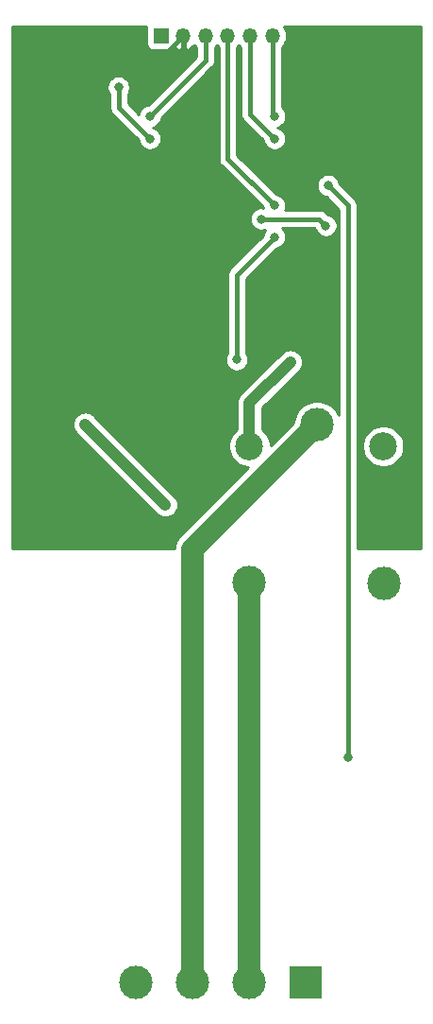
<source format=gbr>
%TF.GenerationSoftware,KiCad,Pcbnew,(5.1.8)-1*%
%TF.CreationDate,2022-05-15T10:40:37+08:00*%
%TF.ProjectId,smartkey-dc-pwm-60w,736d6172-746b-4657-992d-64632d70776d,rev?*%
%TF.SameCoordinates,Original*%
%TF.FileFunction,Copper,L2,Bot*%
%TF.FilePolarity,Positive*%
%FSLAX46Y46*%
G04 Gerber Fmt 4.6, Leading zero omitted, Abs format (unit mm)*
G04 Created by KiCad (PCBNEW (5.1.8)-1) date 2022-05-15 10:40:37*
%MOMM*%
%LPD*%
G01*
G04 APERTURE LIST*
%TA.AperFunction,ComponentPad*%
%ADD10C,3.000000*%
%TD*%
%TA.AperFunction,ComponentPad*%
%ADD11C,2.500000*%
%TD*%
%TA.AperFunction,ComponentPad*%
%ADD12O,1.350000X1.350000*%
%TD*%
%TA.AperFunction,ComponentPad*%
%ADD13R,1.350000X1.350000*%
%TD*%
%TA.AperFunction,ComponentPad*%
%ADD14R,3.000000X3.000000*%
%TD*%
%TA.AperFunction,ViaPad*%
%ADD15C,0.800000*%
%TD*%
%TA.AperFunction,Conductor*%
%ADD16C,0.400000*%
%TD*%
%TA.AperFunction,Conductor*%
%ADD17C,1.000000*%
%TD*%
%TA.AperFunction,Conductor*%
%ADD18C,2.000000*%
%TD*%
%TA.AperFunction,Conductor*%
%ADD19C,0.254000*%
%TD*%
%TA.AperFunction,Conductor*%
%ADD20C,0.350000*%
%TD*%
%ADD21C,0.350000*%
G04 APERTURE END LIST*
D10*
%TO.P,K1,1*%
%TO.N,VCC+*%
X148000000Y-66000000D03*
D11*
%TO.P,K1,5*%
%TO.N,+5V*%
X153950000Y-67950000D03*
D10*
%TO.P,K1,4*%
%TO.N,N/C*%
X154000000Y-80200000D03*
%TO.P,K1,3*%
%TO.N,LED+*%
X141950000Y-80150000D03*
D11*
%TO.P,K1,2*%
%TO.N,Net-(D1-Pad2)*%
X141950000Y-67950000D03*
%TD*%
D12*
%TO.P,J4,6*%
%TO.N,TXD*%
X144000000Y-31200000D03*
%TO.P,J4,5*%
%TO.N,RXD*%
X142000000Y-31200000D03*
%TO.P,J4,4*%
%TO.N,IO0*%
X140000000Y-31200000D03*
%TO.P,J4,3*%
%TO.N,EN*%
X138000000Y-31200000D03*
%TO.P,J4,2*%
%TO.N,GND*%
X136000000Y-31200000D03*
D13*
%TO.P,J4,1*%
%TO.N,+5V*%
X134000000Y-31200000D03*
%TD*%
D10*
%TO.P,J3,4*%
%TO.N,GND*%
X131760000Y-116000000D03*
D14*
%TO.P,J3,1*%
%TO.N,LED-*%
X147000000Y-116000000D03*
D10*
%TO.P,J3,3*%
%TO.N,VCC+*%
X136840000Y-116000000D03*
%TO.P,J3,2*%
%TO.N,LED+*%
X141920000Y-116000000D03*
%TD*%
D15*
%TO.N,GND*%
X146200000Y-53800000D03*
X124000000Y-32800000D03*
%TO.N,EN*%
X133000000Y-38400000D03*
%TO.N,+5V*%
X134400000Y-73200000D03*
X127200000Y-65999988D03*
%TO.N,VCC+*%
X136840000Y-78760000D03*
%TO.N,TXD*%
X144200000Y-38400000D03*
%TO.N,RXD*%
X144200000Y-40400000D03*
%TO.N,IO0*%
X144200000Y-46400000D03*
%TO.N,+3V3*%
X143000000Y-47600000D03*
X148800014Y-48200000D03*
%TO.N,BTN*%
X133000000Y-40400000D03*
X130200000Y-35800000D03*
%TO.N,OPEN*%
X140800000Y-60200000D03*
X144200000Y-49200000D03*
%TO.N,Net-(D1-Pad2)*%
X145600000Y-60400000D03*
%TO.N,PWM*%
X149000000Y-44600000D03*
X150800000Y-95800000D03*
%TD*%
D16*
%TO.N,GND*%
X134400000Y-32800000D02*
X124000000Y-32800000D01*
X136000000Y-31200000D02*
X134400000Y-32800000D01*
%TO.N,EN*%
X138000000Y-33400000D02*
X133000000Y-38400000D01*
X138000000Y-31200000D02*
X138000000Y-33400000D01*
D17*
%TO.N,+5V*%
X134400000Y-73200000D02*
X127200000Y-66000000D01*
X127200000Y-66000000D02*
X127200000Y-65999988D01*
D18*
%TO.N,VCC+*%
X148000000Y-66000000D02*
X136840000Y-77160000D01*
X136840000Y-78760000D02*
X136840000Y-116000000D01*
X136840000Y-77160000D02*
X136840000Y-78760000D01*
D16*
%TO.N,TXD*%
X144000000Y-38200000D02*
X144200000Y-38400000D01*
X144000000Y-31200000D02*
X144000000Y-38200000D01*
%TO.N,RXD*%
X142000000Y-38200000D02*
X144200000Y-40400000D01*
X142000000Y-31200000D02*
X142000000Y-38200000D01*
%TO.N,IO0*%
X140000000Y-42200000D02*
X144200000Y-46400000D01*
X140000000Y-31200000D02*
X140000000Y-42200000D01*
%TO.N,+3V3*%
X143000000Y-47600000D02*
X148200014Y-47600000D01*
X148200014Y-47600000D02*
X148800014Y-48200000D01*
%TO.N,BTN*%
X130200000Y-37600000D02*
X130200000Y-35800000D01*
X133000000Y-40400000D02*
X130200000Y-37600000D01*
%TO.N,OPEN*%
X140800000Y-52600000D02*
X144200000Y-49200000D01*
X140800000Y-60200000D02*
X140800000Y-52600000D01*
D17*
%TO.N,Net-(D1-Pad2)*%
X141950000Y-64050000D02*
X145600000Y-60400000D01*
X141950000Y-67950000D02*
X141950000Y-64050000D01*
D16*
%TO.N,PWM*%
X150800000Y-46400000D02*
X150800000Y-95800000D01*
X149000000Y-44600000D02*
X150800000Y-46400000D01*
D18*
%TO.N,LED+*%
X141950000Y-115970000D02*
X141920000Y-116000000D01*
X141950000Y-80150000D02*
X141950000Y-115970000D01*
%TD*%
D19*
%TO.N,GND*%
X132699188Y-30400518D02*
X132686928Y-30525000D01*
X132686928Y-31875000D01*
X132699188Y-31999482D01*
X132735498Y-32119180D01*
X132794463Y-32229494D01*
X132873815Y-32326185D01*
X132970506Y-32405537D01*
X133080820Y-32464502D01*
X133200518Y-32500812D01*
X133325000Y-32513072D01*
X134675000Y-32513072D01*
X134799482Y-32500812D01*
X134919180Y-32464502D01*
X135029494Y-32405537D01*
X135126185Y-32326185D01*
X135203119Y-32232441D01*
X135336371Y-32329473D01*
X135569472Y-32437238D01*
X135670600Y-32467910D01*
X135873000Y-32344224D01*
X135873000Y-31327000D01*
X135853000Y-31327000D01*
X135853000Y-31073000D01*
X135873000Y-31073000D01*
X135873000Y-31053000D01*
X136127000Y-31053000D01*
X136127000Y-31073000D01*
X136147000Y-31073000D01*
X136147000Y-31327000D01*
X136127000Y-31327000D01*
X136127000Y-32344224D01*
X136329400Y-32467910D01*
X136430528Y-32437238D01*
X136663629Y-32329473D01*
X136871227Y-32178303D01*
X136993319Y-32045940D01*
X137164923Y-32217544D01*
X137165000Y-32217596D01*
X137165001Y-33054130D01*
X132843225Y-37375907D01*
X132698102Y-37404774D01*
X132509744Y-37482795D01*
X132340226Y-37596063D01*
X132196063Y-37740226D01*
X132082795Y-37909744D01*
X132004774Y-38098102D01*
X131983902Y-38203034D01*
X131035000Y-37254133D01*
X131035000Y-36413285D01*
X131117205Y-36290256D01*
X131195226Y-36101898D01*
X131235000Y-35901939D01*
X131235000Y-35698061D01*
X131195226Y-35498102D01*
X131117205Y-35309744D01*
X131003937Y-35140226D01*
X130859774Y-34996063D01*
X130690256Y-34882795D01*
X130501898Y-34804774D01*
X130301939Y-34765000D01*
X130098061Y-34765000D01*
X129898102Y-34804774D01*
X129709744Y-34882795D01*
X129540226Y-34996063D01*
X129396063Y-35140226D01*
X129282795Y-35309744D01*
X129204774Y-35498102D01*
X129165000Y-35698061D01*
X129165000Y-35901939D01*
X129204774Y-36101898D01*
X129282795Y-36290256D01*
X129365001Y-36413286D01*
X129365000Y-37558981D01*
X129360960Y-37600000D01*
X129365000Y-37641018D01*
X129377082Y-37763688D01*
X129424828Y-37921086D01*
X129502364Y-38066145D01*
X129606709Y-38193291D01*
X129638579Y-38219446D01*
X131975908Y-40556775D01*
X132004774Y-40701898D01*
X132082795Y-40890256D01*
X132196063Y-41059774D01*
X132340226Y-41203937D01*
X132509744Y-41317205D01*
X132698102Y-41395226D01*
X132898061Y-41435000D01*
X133101939Y-41435000D01*
X133301898Y-41395226D01*
X133490256Y-41317205D01*
X133659774Y-41203937D01*
X133803937Y-41059774D01*
X133917205Y-40890256D01*
X133995226Y-40701898D01*
X134035000Y-40501939D01*
X134035000Y-40298061D01*
X133995226Y-40098102D01*
X133917205Y-39909744D01*
X133803937Y-39740226D01*
X133659774Y-39596063D01*
X133490256Y-39482795D01*
X133301898Y-39404774D01*
X133277897Y-39400000D01*
X133301898Y-39395226D01*
X133490256Y-39317205D01*
X133659774Y-39203937D01*
X133803937Y-39059774D01*
X133917205Y-38890256D01*
X133995226Y-38701898D01*
X134024093Y-38556775D01*
X138561432Y-34019437D01*
X138593291Y-33993291D01*
X138697636Y-33866146D01*
X138775172Y-33721087D01*
X138822918Y-33563689D01*
X138835000Y-33441019D01*
X138839040Y-33400000D01*
X138835000Y-33358982D01*
X138835000Y-32217595D01*
X138835077Y-32217544D01*
X139000000Y-32052621D01*
X139164923Y-32217544D01*
X139165000Y-32217596D01*
X139165001Y-42158971D01*
X139160960Y-42200000D01*
X139177082Y-42363688D01*
X139224828Y-42521086D01*
X139224829Y-42521087D01*
X139302365Y-42666146D01*
X139406710Y-42793291D01*
X139438574Y-42819441D01*
X143175908Y-46556777D01*
X143180658Y-46580658D01*
X143101939Y-46565000D01*
X142898061Y-46565000D01*
X142698102Y-46604774D01*
X142509744Y-46682795D01*
X142340226Y-46796063D01*
X142196063Y-46940226D01*
X142082795Y-47109744D01*
X142004774Y-47298102D01*
X141965000Y-47498061D01*
X141965000Y-47701939D01*
X142004774Y-47901898D01*
X142082795Y-48090256D01*
X142196063Y-48259774D01*
X142340226Y-48403937D01*
X142509744Y-48517205D01*
X142698102Y-48595226D01*
X142898061Y-48635000D01*
X143101939Y-48635000D01*
X143301898Y-48595226D01*
X143381285Y-48562342D01*
X143282795Y-48709744D01*
X143204774Y-48898102D01*
X143175908Y-49043225D01*
X140238574Y-51980559D01*
X140206710Y-52006709D01*
X140180562Y-52038571D01*
X140102364Y-52133855D01*
X140024828Y-52278914D01*
X139977082Y-52436312D01*
X139960960Y-52600000D01*
X139965001Y-52641028D01*
X139965000Y-59586715D01*
X139882795Y-59709744D01*
X139804774Y-59898102D01*
X139765000Y-60098061D01*
X139765000Y-60301939D01*
X139804774Y-60501898D01*
X139882795Y-60690256D01*
X139996063Y-60859774D01*
X140140226Y-61003937D01*
X140309744Y-61117205D01*
X140498102Y-61195226D01*
X140698061Y-61235000D01*
X140901939Y-61235000D01*
X141101898Y-61195226D01*
X141290256Y-61117205D01*
X141459774Y-61003937D01*
X141603937Y-60859774D01*
X141717205Y-60690256D01*
X141795226Y-60501898D01*
X141835000Y-60301939D01*
X141835000Y-60098061D01*
X141795226Y-59898102D01*
X141717205Y-59709744D01*
X141635000Y-59586715D01*
X141635000Y-52945867D01*
X144356775Y-50224092D01*
X144501898Y-50195226D01*
X144690256Y-50117205D01*
X144859774Y-50003937D01*
X145003937Y-49859774D01*
X145117205Y-49690256D01*
X145195226Y-49501898D01*
X145235000Y-49301939D01*
X145235000Y-49098061D01*
X145195226Y-48898102D01*
X145117205Y-48709744D01*
X145003937Y-48540226D01*
X144898711Y-48435000D01*
X147791481Y-48435000D01*
X147804788Y-48501898D01*
X147882809Y-48690256D01*
X147996077Y-48859774D01*
X148140240Y-49003937D01*
X148309758Y-49117205D01*
X148498116Y-49195226D01*
X148698075Y-49235000D01*
X148901953Y-49235000D01*
X149101912Y-49195226D01*
X149290270Y-49117205D01*
X149459788Y-49003937D01*
X149603951Y-48859774D01*
X149717219Y-48690256D01*
X149795240Y-48501898D01*
X149835014Y-48301939D01*
X149835014Y-48098061D01*
X149795240Y-47898102D01*
X149717219Y-47709744D01*
X149603951Y-47540226D01*
X149459788Y-47396063D01*
X149290270Y-47282795D01*
X149101912Y-47204774D01*
X148956789Y-47175907D01*
X148819459Y-47038578D01*
X148793305Y-47006709D01*
X148666160Y-46902364D01*
X148521101Y-46824828D01*
X148363703Y-46777082D01*
X148241033Y-46765000D01*
X148241032Y-46765000D01*
X148200014Y-46760960D01*
X148158996Y-46765000D01*
X145169088Y-46765000D01*
X145195226Y-46701898D01*
X145235000Y-46501939D01*
X145235000Y-46298061D01*
X145195226Y-46098102D01*
X145117205Y-45909744D01*
X145003937Y-45740226D01*
X144859774Y-45596063D01*
X144690256Y-45482795D01*
X144501898Y-45404774D01*
X144356777Y-45375908D01*
X140835000Y-41854133D01*
X140835000Y-32217595D01*
X140835077Y-32217544D01*
X141000000Y-32052621D01*
X141164923Y-32217544D01*
X141165000Y-32217596D01*
X141165001Y-38158972D01*
X141160960Y-38200000D01*
X141177082Y-38363688D01*
X141224828Y-38521086D01*
X141302364Y-38666145D01*
X141302365Y-38666146D01*
X141406710Y-38793291D01*
X141438574Y-38819441D01*
X143175908Y-40556776D01*
X143204774Y-40701898D01*
X143282795Y-40890256D01*
X143396063Y-41059774D01*
X143540226Y-41203937D01*
X143709744Y-41317205D01*
X143898102Y-41395226D01*
X144098061Y-41435000D01*
X144301939Y-41435000D01*
X144501898Y-41395226D01*
X144690256Y-41317205D01*
X144859774Y-41203937D01*
X145003937Y-41059774D01*
X145117205Y-40890256D01*
X145195226Y-40701898D01*
X145235000Y-40501939D01*
X145235000Y-40298061D01*
X145195226Y-40098102D01*
X145117205Y-39909744D01*
X145003937Y-39740226D01*
X144859774Y-39596063D01*
X144690256Y-39482795D01*
X144501898Y-39404774D01*
X144477897Y-39400000D01*
X144501898Y-39395226D01*
X144690256Y-39317205D01*
X144859774Y-39203937D01*
X145003937Y-39059774D01*
X145117205Y-38890256D01*
X145195226Y-38701898D01*
X145235000Y-38501939D01*
X145235000Y-38298061D01*
X145195226Y-38098102D01*
X145117205Y-37909744D01*
X145003937Y-37740226D01*
X144859774Y-37596063D01*
X144835000Y-37579510D01*
X144835000Y-32217595D01*
X144835077Y-32217544D01*
X145017544Y-32035077D01*
X145160907Y-31820518D01*
X145259658Y-31582113D01*
X145310000Y-31329024D01*
X145310000Y-31070976D01*
X145259658Y-30817887D01*
X145160907Y-30579482D01*
X145017544Y-30364923D01*
X145012621Y-30360000D01*
X157340001Y-30360000D01*
X157340000Y-77073000D01*
X151635000Y-77073000D01*
X151635000Y-67764344D01*
X152065000Y-67764344D01*
X152065000Y-68135656D01*
X152137439Y-68499834D01*
X152279534Y-68842882D01*
X152485825Y-69151618D01*
X152748382Y-69414175D01*
X153057118Y-69620466D01*
X153400166Y-69762561D01*
X153764344Y-69835000D01*
X154135656Y-69835000D01*
X154499834Y-69762561D01*
X154842882Y-69620466D01*
X155151618Y-69414175D01*
X155414175Y-69151618D01*
X155620466Y-68842882D01*
X155762561Y-68499834D01*
X155835000Y-68135656D01*
X155835000Y-67764344D01*
X155762561Y-67400166D01*
X155620466Y-67057118D01*
X155414175Y-66748382D01*
X155151618Y-66485825D01*
X154842882Y-66279534D01*
X154499834Y-66137439D01*
X154135656Y-66065000D01*
X153764344Y-66065000D01*
X153400166Y-66137439D01*
X153057118Y-66279534D01*
X152748382Y-66485825D01*
X152485825Y-66748382D01*
X152279534Y-67057118D01*
X152137439Y-67400166D01*
X152065000Y-67764344D01*
X151635000Y-67764344D01*
X151635000Y-46441007D01*
X151639039Y-46399999D01*
X151635000Y-46358991D01*
X151635000Y-46358981D01*
X151622918Y-46236311D01*
X151575172Y-46078913D01*
X151497636Y-45933854D01*
X151393291Y-45806709D01*
X151361428Y-45780560D01*
X150024093Y-44443225D01*
X149995226Y-44298102D01*
X149917205Y-44109744D01*
X149803937Y-43940226D01*
X149659774Y-43796063D01*
X149490256Y-43682795D01*
X149301898Y-43604774D01*
X149101939Y-43565000D01*
X148898061Y-43565000D01*
X148698102Y-43604774D01*
X148509744Y-43682795D01*
X148340226Y-43796063D01*
X148196063Y-43940226D01*
X148082795Y-44109744D01*
X148004774Y-44298102D01*
X147965000Y-44498061D01*
X147965000Y-44701939D01*
X148004774Y-44901898D01*
X148082795Y-45090256D01*
X148196063Y-45259774D01*
X148340226Y-45403937D01*
X148509744Y-45517205D01*
X148698102Y-45595226D01*
X148843225Y-45624093D01*
X149965000Y-46745868D01*
X149965000Y-65164908D01*
X149892012Y-64988698D01*
X149658363Y-64639017D01*
X149360983Y-64341637D01*
X149011302Y-64107988D01*
X148622756Y-63947047D01*
X148210279Y-63865000D01*
X147789721Y-63865000D01*
X147377244Y-63947047D01*
X146988698Y-64107988D01*
X146639017Y-64341637D01*
X146341637Y-64639017D01*
X146107988Y-64988698D01*
X145947047Y-65377244D01*
X145865000Y-65789721D01*
X145865000Y-65822761D01*
X143835000Y-67852761D01*
X143835000Y-67764344D01*
X143762561Y-67400166D01*
X143620466Y-67057118D01*
X143414175Y-66748382D01*
X143151618Y-66485825D01*
X143085000Y-66441312D01*
X143085000Y-64520131D01*
X146441989Y-61163144D01*
X146548284Y-61033623D01*
X146653676Y-60836447D01*
X146718577Y-60622499D01*
X146740491Y-60400000D01*
X146718577Y-60177501D01*
X146653676Y-59963553D01*
X146548284Y-59766377D01*
X146406449Y-59593551D01*
X146233623Y-59451716D01*
X146036447Y-59346324D01*
X145822499Y-59281423D01*
X145600000Y-59259509D01*
X145377501Y-59281423D01*
X145163553Y-59346324D01*
X144966377Y-59451716D01*
X144836856Y-59558011D01*
X141186860Y-63208009D01*
X141143552Y-63243551D01*
X141001717Y-63416377D01*
X140945384Y-63521770D01*
X140896324Y-63613554D01*
X140831423Y-63827502D01*
X140809509Y-64050000D01*
X140815001Y-64105761D01*
X140815000Y-66441312D01*
X140748382Y-66485825D01*
X140485825Y-66748382D01*
X140279534Y-67057118D01*
X140137439Y-67400166D01*
X140065000Y-67764344D01*
X140065000Y-68135656D01*
X140137439Y-68499834D01*
X140279534Y-68842882D01*
X140485825Y-69151618D01*
X140748382Y-69414175D01*
X141057118Y-69620466D01*
X141400166Y-69762561D01*
X141764344Y-69835000D01*
X141852761Y-69835000D01*
X135740687Y-75947075D01*
X135678286Y-75998286D01*
X135473969Y-76247249D01*
X135322148Y-76531286D01*
X135228657Y-76839485D01*
X135205658Y-77073000D01*
X120660000Y-77073000D01*
X120660000Y-66000000D01*
X126059509Y-66000000D01*
X126065000Y-66055751D01*
X126081423Y-66222498D01*
X126146324Y-66436446D01*
X126251716Y-66633623D01*
X126393551Y-66806449D01*
X126436865Y-66841996D01*
X133636856Y-74041989D01*
X133766377Y-74148284D01*
X133963553Y-74253676D01*
X134177501Y-74318577D01*
X134400000Y-74340491D01*
X134622499Y-74318577D01*
X134836447Y-74253676D01*
X135033623Y-74148284D01*
X135206449Y-74006449D01*
X135348284Y-73833623D01*
X135453676Y-73636447D01*
X135518577Y-73422499D01*
X135540491Y-73200000D01*
X135518577Y-72977501D01*
X135453676Y-72763553D01*
X135348284Y-72566377D01*
X135241989Y-72436856D01*
X128042051Y-65236920D01*
X128006449Y-65193539D01*
X127833623Y-65051704D01*
X127636447Y-64946312D01*
X127422499Y-64881411D01*
X127200000Y-64859497D01*
X126977502Y-64881411D01*
X126763554Y-64946312D01*
X126566377Y-65051704D01*
X126393551Y-65193539D01*
X126251716Y-65366365D01*
X126146324Y-65563541D01*
X126081423Y-65777489D01*
X126065000Y-65944236D01*
X126065000Y-65944249D01*
X126059509Y-66000000D01*
X120660000Y-66000000D01*
X120660000Y-30360000D01*
X132711479Y-30360000D01*
X132699188Y-30400518D01*
%TA.AperFunction,Conductor*%
D20*
G36*
X132699188Y-30400518D02*
G01*
X132686928Y-30525000D01*
X132686928Y-31875000D01*
X132699188Y-31999482D01*
X132735498Y-32119180D01*
X132794463Y-32229494D01*
X132873815Y-32326185D01*
X132970506Y-32405537D01*
X133080820Y-32464502D01*
X133200518Y-32500812D01*
X133325000Y-32513072D01*
X134675000Y-32513072D01*
X134799482Y-32500812D01*
X134919180Y-32464502D01*
X135029494Y-32405537D01*
X135126185Y-32326185D01*
X135203119Y-32232441D01*
X135336371Y-32329473D01*
X135569472Y-32437238D01*
X135670600Y-32467910D01*
X135873000Y-32344224D01*
X135873000Y-31327000D01*
X135853000Y-31327000D01*
X135853000Y-31073000D01*
X135873000Y-31073000D01*
X135873000Y-31053000D01*
X136127000Y-31053000D01*
X136127000Y-31073000D01*
X136147000Y-31073000D01*
X136147000Y-31327000D01*
X136127000Y-31327000D01*
X136127000Y-32344224D01*
X136329400Y-32467910D01*
X136430528Y-32437238D01*
X136663629Y-32329473D01*
X136871227Y-32178303D01*
X136993319Y-32045940D01*
X137164923Y-32217544D01*
X137165000Y-32217596D01*
X137165001Y-33054130D01*
X132843225Y-37375907D01*
X132698102Y-37404774D01*
X132509744Y-37482795D01*
X132340226Y-37596063D01*
X132196063Y-37740226D01*
X132082795Y-37909744D01*
X132004774Y-38098102D01*
X131983902Y-38203034D01*
X131035000Y-37254133D01*
X131035000Y-36413285D01*
X131117205Y-36290256D01*
X131195226Y-36101898D01*
X131235000Y-35901939D01*
X131235000Y-35698061D01*
X131195226Y-35498102D01*
X131117205Y-35309744D01*
X131003937Y-35140226D01*
X130859774Y-34996063D01*
X130690256Y-34882795D01*
X130501898Y-34804774D01*
X130301939Y-34765000D01*
X130098061Y-34765000D01*
X129898102Y-34804774D01*
X129709744Y-34882795D01*
X129540226Y-34996063D01*
X129396063Y-35140226D01*
X129282795Y-35309744D01*
X129204774Y-35498102D01*
X129165000Y-35698061D01*
X129165000Y-35901939D01*
X129204774Y-36101898D01*
X129282795Y-36290256D01*
X129365001Y-36413286D01*
X129365000Y-37558981D01*
X129360960Y-37600000D01*
X129365000Y-37641018D01*
X129377082Y-37763688D01*
X129424828Y-37921086D01*
X129502364Y-38066145D01*
X129606709Y-38193291D01*
X129638579Y-38219446D01*
X131975908Y-40556775D01*
X132004774Y-40701898D01*
X132082795Y-40890256D01*
X132196063Y-41059774D01*
X132340226Y-41203937D01*
X132509744Y-41317205D01*
X132698102Y-41395226D01*
X132898061Y-41435000D01*
X133101939Y-41435000D01*
X133301898Y-41395226D01*
X133490256Y-41317205D01*
X133659774Y-41203937D01*
X133803937Y-41059774D01*
X133917205Y-40890256D01*
X133995226Y-40701898D01*
X134035000Y-40501939D01*
X134035000Y-40298061D01*
X133995226Y-40098102D01*
X133917205Y-39909744D01*
X133803937Y-39740226D01*
X133659774Y-39596063D01*
X133490256Y-39482795D01*
X133301898Y-39404774D01*
X133277897Y-39400000D01*
X133301898Y-39395226D01*
X133490256Y-39317205D01*
X133659774Y-39203937D01*
X133803937Y-39059774D01*
X133917205Y-38890256D01*
X133995226Y-38701898D01*
X134024093Y-38556775D01*
X138561432Y-34019437D01*
X138593291Y-33993291D01*
X138697636Y-33866146D01*
X138775172Y-33721087D01*
X138822918Y-33563689D01*
X138835000Y-33441019D01*
X138839040Y-33400000D01*
X138835000Y-33358982D01*
X138835000Y-32217595D01*
X138835077Y-32217544D01*
X139000000Y-32052621D01*
X139164923Y-32217544D01*
X139165000Y-32217596D01*
X139165001Y-42158971D01*
X139160960Y-42200000D01*
X139177082Y-42363688D01*
X139224828Y-42521086D01*
X139224829Y-42521087D01*
X139302365Y-42666146D01*
X139406710Y-42793291D01*
X139438574Y-42819441D01*
X143175908Y-46556777D01*
X143180658Y-46580658D01*
X143101939Y-46565000D01*
X142898061Y-46565000D01*
X142698102Y-46604774D01*
X142509744Y-46682795D01*
X142340226Y-46796063D01*
X142196063Y-46940226D01*
X142082795Y-47109744D01*
X142004774Y-47298102D01*
X141965000Y-47498061D01*
X141965000Y-47701939D01*
X142004774Y-47901898D01*
X142082795Y-48090256D01*
X142196063Y-48259774D01*
X142340226Y-48403937D01*
X142509744Y-48517205D01*
X142698102Y-48595226D01*
X142898061Y-48635000D01*
X143101939Y-48635000D01*
X143301898Y-48595226D01*
X143381285Y-48562342D01*
X143282795Y-48709744D01*
X143204774Y-48898102D01*
X143175908Y-49043225D01*
X140238574Y-51980559D01*
X140206710Y-52006709D01*
X140180562Y-52038571D01*
X140102364Y-52133855D01*
X140024828Y-52278914D01*
X139977082Y-52436312D01*
X139960960Y-52600000D01*
X139965001Y-52641028D01*
X139965000Y-59586715D01*
X139882795Y-59709744D01*
X139804774Y-59898102D01*
X139765000Y-60098061D01*
X139765000Y-60301939D01*
X139804774Y-60501898D01*
X139882795Y-60690256D01*
X139996063Y-60859774D01*
X140140226Y-61003937D01*
X140309744Y-61117205D01*
X140498102Y-61195226D01*
X140698061Y-61235000D01*
X140901939Y-61235000D01*
X141101898Y-61195226D01*
X141290256Y-61117205D01*
X141459774Y-61003937D01*
X141603937Y-60859774D01*
X141717205Y-60690256D01*
X141795226Y-60501898D01*
X141835000Y-60301939D01*
X141835000Y-60098061D01*
X141795226Y-59898102D01*
X141717205Y-59709744D01*
X141635000Y-59586715D01*
X141635000Y-52945867D01*
X144356775Y-50224092D01*
X144501898Y-50195226D01*
X144690256Y-50117205D01*
X144859774Y-50003937D01*
X145003937Y-49859774D01*
X145117205Y-49690256D01*
X145195226Y-49501898D01*
X145235000Y-49301939D01*
X145235000Y-49098061D01*
X145195226Y-48898102D01*
X145117205Y-48709744D01*
X145003937Y-48540226D01*
X144898711Y-48435000D01*
X147791481Y-48435000D01*
X147804788Y-48501898D01*
X147882809Y-48690256D01*
X147996077Y-48859774D01*
X148140240Y-49003937D01*
X148309758Y-49117205D01*
X148498116Y-49195226D01*
X148698075Y-49235000D01*
X148901953Y-49235000D01*
X149101912Y-49195226D01*
X149290270Y-49117205D01*
X149459788Y-49003937D01*
X149603951Y-48859774D01*
X149717219Y-48690256D01*
X149795240Y-48501898D01*
X149835014Y-48301939D01*
X149835014Y-48098061D01*
X149795240Y-47898102D01*
X149717219Y-47709744D01*
X149603951Y-47540226D01*
X149459788Y-47396063D01*
X149290270Y-47282795D01*
X149101912Y-47204774D01*
X148956789Y-47175907D01*
X148819459Y-47038578D01*
X148793305Y-47006709D01*
X148666160Y-46902364D01*
X148521101Y-46824828D01*
X148363703Y-46777082D01*
X148241033Y-46765000D01*
X148241032Y-46765000D01*
X148200014Y-46760960D01*
X148158996Y-46765000D01*
X145169088Y-46765000D01*
X145195226Y-46701898D01*
X145235000Y-46501939D01*
X145235000Y-46298061D01*
X145195226Y-46098102D01*
X145117205Y-45909744D01*
X145003937Y-45740226D01*
X144859774Y-45596063D01*
X144690256Y-45482795D01*
X144501898Y-45404774D01*
X144356777Y-45375908D01*
X140835000Y-41854133D01*
X140835000Y-32217595D01*
X140835077Y-32217544D01*
X141000000Y-32052621D01*
X141164923Y-32217544D01*
X141165000Y-32217596D01*
X141165001Y-38158972D01*
X141160960Y-38200000D01*
X141177082Y-38363688D01*
X141224828Y-38521086D01*
X141302364Y-38666145D01*
X141302365Y-38666146D01*
X141406710Y-38793291D01*
X141438574Y-38819441D01*
X143175908Y-40556776D01*
X143204774Y-40701898D01*
X143282795Y-40890256D01*
X143396063Y-41059774D01*
X143540226Y-41203937D01*
X143709744Y-41317205D01*
X143898102Y-41395226D01*
X144098061Y-41435000D01*
X144301939Y-41435000D01*
X144501898Y-41395226D01*
X144690256Y-41317205D01*
X144859774Y-41203937D01*
X145003937Y-41059774D01*
X145117205Y-40890256D01*
X145195226Y-40701898D01*
X145235000Y-40501939D01*
X145235000Y-40298061D01*
X145195226Y-40098102D01*
X145117205Y-39909744D01*
X145003937Y-39740226D01*
X144859774Y-39596063D01*
X144690256Y-39482795D01*
X144501898Y-39404774D01*
X144477897Y-39400000D01*
X144501898Y-39395226D01*
X144690256Y-39317205D01*
X144859774Y-39203937D01*
X145003937Y-39059774D01*
X145117205Y-38890256D01*
X145195226Y-38701898D01*
X145235000Y-38501939D01*
X145235000Y-38298061D01*
X145195226Y-38098102D01*
X145117205Y-37909744D01*
X145003937Y-37740226D01*
X144859774Y-37596063D01*
X144835000Y-37579510D01*
X144835000Y-32217595D01*
X144835077Y-32217544D01*
X145017544Y-32035077D01*
X145160907Y-31820518D01*
X145259658Y-31582113D01*
X145310000Y-31329024D01*
X145310000Y-31070976D01*
X145259658Y-30817887D01*
X145160907Y-30579482D01*
X145017544Y-30364923D01*
X145012621Y-30360000D01*
X157340001Y-30360000D01*
X157340000Y-77073000D01*
X151635000Y-77073000D01*
X151635000Y-67764344D01*
X152065000Y-67764344D01*
X152065000Y-68135656D01*
X152137439Y-68499834D01*
X152279534Y-68842882D01*
X152485825Y-69151618D01*
X152748382Y-69414175D01*
X153057118Y-69620466D01*
X153400166Y-69762561D01*
X153764344Y-69835000D01*
X154135656Y-69835000D01*
X154499834Y-69762561D01*
X154842882Y-69620466D01*
X155151618Y-69414175D01*
X155414175Y-69151618D01*
X155620466Y-68842882D01*
X155762561Y-68499834D01*
X155835000Y-68135656D01*
X155835000Y-67764344D01*
X155762561Y-67400166D01*
X155620466Y-67057118D01*
X155414175Y-66748382D01*
X155151618Y-66485825D01*
X154842882Y-66279534D01*
X154499834Y-66137439D01*
X154135656Y-66065000D01*
X153764344Y-66065000D01*
X153400166Y-66137439D01*
X153057118Y-66279534D01*
X152748382Y-66485825D01*
X152485825Y-66748382D01*
X152279534Y-67057118D01*
X152137439Y-67400166D01*
X152065000Y-67764344D01*
X151635000Y-67764344D01*
X151635000Y-46441007D01*
X151639039Y-46399999D01*
X151635000Y-46358991D01*
X151635000Y-46358981D01*
X151622918Y-46236311D01*
X151575172Y-46078913D01*
X151497636Y-45933854D01*
X151393291Y-45806709D01*
X151361428Y-45780560D01*
X150024093Y-44443225D01*
X149995226Y-44298102D01*
X149917205Y-44109744D01*
X149803937Y-43940226D01*
X149659774Y-43796063D01*
X149490256Y-43682795D01*
X149301898Y-43604774D01*
X149101939Y-43565000D01*
X148898061Y-43565000D01*
X148698102Y-43604774D01*
X148509744Y-43682795D01*
X148340226Y-43796063D01*
X148196063Y-43940226D01*
X148082795Y-44109744D01*
X148004774Y-44298102D01*
X147965000Y-44498061D01*
X147965000Y-44701939D01*
X148004774Y-44901898D01*
X148082795Y-45090256D01*
X148196063Y-45259774D01*
X148340226Y-45403937D01*
X148509744Y-45517205D01*
X148698102Y-45595226D01*
X148843225Y-45624093D01*
X149965000Y-46745868D01*
X149965000Y-65164908D01*
X149892012Y-64988698D01*
X149658363Y-64639017D01*
X149360983Y-64341637D01*
X149011302Y-64107988D01*
X148622756Y-63947047D01*
X148210279Y-63865000D01*
X147789721Y-63865000D01*
X147377244Y-63947047D01*
X146988698Y-64107988D01*
X146639017Y-64341637D01*
X146341637Y-64639017D01*
X146107988Y-64988698D01*
X145947047Y-65377244D01*
X145865000Y-65789721D01*
X145865000Y-65822761D01*
X143835000Y-67852761D01*
X143835000Y-67764344D01*
X143762561Y-67400166D01*
X143620466Y-67057118D01*
X143414175Y-66748382D01*
X143151618Y-66485825D01*
X143085000Y-66441312D01*
X143085000Y-64520131D01*
X146441989Y-61163144D01*
X146548284Y-61033623D01*
X146653676Y-60836447D01*
X146718577Y-60622499D01*
X146740491Y-60400000D01*
X146718577Y-60177501D01*
X146653676Y-59963553D01*
X146548284Y-59766377D01*
X146406449Y-59593551D01*
X146233623Y-59451716D01*
X146036447Y-59346324D01*
X145822499Y-59281423D01*
X145600000Y-59259509D01*
X145377501Y-59281423D01*
X145163553Y-59346324D01*
X144966377Y-59451716D01*
X144836856Y-59558011D01*
X141186860Y-63208009D01*
X141143552Y-63243551D01*
X141001717Y-63416377D01*
X140945384Y-63521770D01*
X140896324Y-63613554D01*
X140831423Y-63827502D01*
X140809509Y-64050000D01*
X140815001Y-64105761D01*
X140815000Y-66441312D01*
X140748382Y-66485825D01*
X140485825Y-66748382D01*
X140279534Y-67057118D01*
X140137439Y-67400166D01*
X140065000Y-67764344D01*
X140065000Y-68135656D01*
X140137439Y-68499834D01*
X140279534Y-68842882D01*
X140485825Y-69151618D01*
X140748382Y-69414175D01*
X141057118Y-69620466D01*
X141400166Y-69762561D01*
X141764344Y-69835000D01*
X141852761Y-69835000D01*
X135740687Y-75947075D01*
X135678286Y-75998286D01*
X135473969Y-76247249D01*
X135322148Y-76531286D01*
X135228657Y-76839485D01*
X135205658Y-77073000D01*
X120660000Y-77073000D01*
X120660000Y-66000000D01*
X126059509Y-66000000D01*
X126065000Y-66055751D01*
X126081423Y-66222498D01*
X126146324Y-66436446D01*
X126251716Y-66633623D01*
X126393551Y-66806449D01*
X126436865Y-66841996D01*
X133636856Y-74041989D01*
X133766377Y-74148284D01*
X133963553Y-74253676D01*
X134177501Y-74318577D01*
X134400000Y-74340491D01*
X134622499Y-74318577D01*
X134836447Y-74253676D01*
X135033623Y-74148284D01*
X135206449Y-74006449D01*
X135348284Y-73833623D01*
X135453676Y-73636447D01*
X135518577Y-73422499D01*
X135540491Y-73200000D01*
X135518577Y-72977501D01*
X135453676Y-72763553D01*
X135348284Y-72566377D01*
X135241989Y-72436856D01*
X128042051Y-65236920D01*
X128006449Y-65193539D01*
X127833623Y-65051704D01*
X127636447Y-64946312D01*
X127422499Y-64881411D01*
X127200000Y-64859497D01*
X126977502Y-64881411D01*
X126763554Y-64946312D01*
X126566377Y-65051704D01*
X126393551Y-65193539D01*
X126251716Y-65366365D01*
X126146324Y-65563541D01*
X126081423Y-65777489D01*
X126065000Y-65944236D01*
X126065000Y-65944249D01*
X126059509Y-66000000D01*
X120660000Y-66000000D01*
X120660000Y-30360000D01*
X132711479Y-30360000D01*
X132699188Y-30400518D01*
G37*
%TD.AperFunction*%
%TD*%
D21*
X146200000Y-53800000D03*
X124000000Y-32800000D03*
X133000000Y-38400000D03*
X134400000Y-73200000D03*
X127200000Y-65999988D03*
X136840000Y-78760000D03*
X144200000Y-38400000D03*
X144200000Y-40400000D03*
X144200000Y-46400000D03*
X143000000Y-47600000D03*
X148800014Y-48200000D03*
X133000000Y-40400000D03*
X130200000Y-35800000D03*
X140800000Y-60200000D03*
X144200000Y-49200000D03*
X145600000Y-60400000D03*
X149000000Y-44600000D03*
X150800000Y-95800000D03*
X148000000Y-66000000D03*
X153950000Y-67950000D03*
X154000000Y-80200000D03*
X141950000Y-80150000D03*
X141950000Y-67950000D03*
X144000000Y-31200000D03*
X142000000Y-31200000D03*
X140000000Y-31200000D03*
X138000000Y-31200000D03*
X136000000Y-31200000D03*
X134000000Y-31200000D03*
X131760000Y-116000000D03*
X147000000Y-116000000D03*
X136840000Y-116000000D03*
X141920000Y-116000000D03*
M02*

</source>
